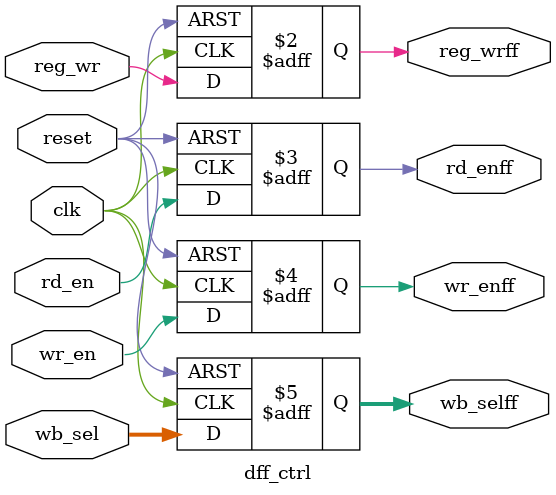
<source format=sv>
module dff_ctrl(
    input logic reg_wr,rd_en,wr_en,
    input logic clk,reset,
    input logic [1:0] wb_sel,
    output logic reg_wrff,rd_enff,wr_enff,
     output logic [1:0] wb_selff

);

always_ff @ (posedge clk or posedge reset)
begin
    if (reset) begin
        wb_selff<=  2'b0;
        reg_wrff<=  1'b0;
        rd_enff<=  1'b0;
        wr_enff<=  1'b0;
    end
    else begin
        wb_selff<= wb_sel ;
        reg_wrff<=  reg_wr;
        rd_enff<=   rd_en;
        wr_enff<=  wr_en;
    end
            
    end


endmodule




</source>
